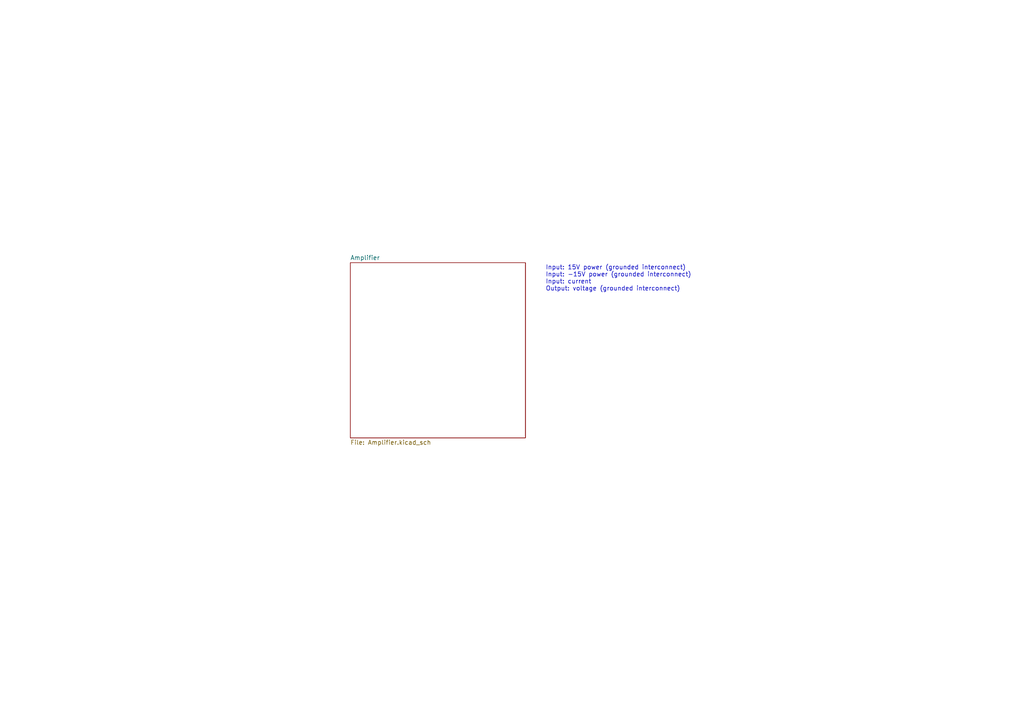
<source format=kicad_sch>
(kicad_sch
	(version 20250114)
	(generator "eeschema")
	(generator_version "9.0")
	(uuid "f19129fc-f916-4692-924c-ee308c6b3e1d")
	(paper "A4")
	(lib_symbols)
	(text "Input: 15V power (grounded interconnect)\nInput: -15V power (grounded interconnect)\nInput: current\nOutput: voltage (grounded interconnect)"
		(exclude_from_sim no)
		(at 158.242 76.962 0)
		(effects
			(font
				(size 1.27 1.27)
			)
			(justify left top)
		)
		(uuid "431a5fb7-c170-470c-962a-9df782b62c9b")
	)
	(sheet
		(at 101.6 76.2)
		(size 50.8 50.8)
		(exclude_from_sim no)
		(in_bom yes)
		(on_board yes)
		(dnp no)
		(fields_autoplaced yes)
		(stroke
			(width 0.1524)
			(type solid)
		)
		(fill
			(color 0 0 0 0.0000)
		)
		(uuid "576e9362-b988-409f-82c5-0c80cb18568a")
		(property "Sheetname" "Amplifier"
			(at 101.6 75.4884 0)
			(effects
				(font
					(size 1.27 1.27)
				)
				(justify left bottom)
			)
		)
		(property "Sheetfile" "Amplifier.kicad_sch"
			(at 101.6 127.5846 0)
			(effects
				(font
					(size 1.27 1.27)
				)
				(justify left top)
			)
		)
		(instances
			(project "TransimpedanceAmplifier"
				(path "/f19129fc-f916-4692-924c-ee308c6b3e1d"
					(page "2")
				)
			)
		)
	)
	(sheet_instances
		(path "/"
			(page "1")
		)
	)
	(embedded_fonts no)
)

</source>
